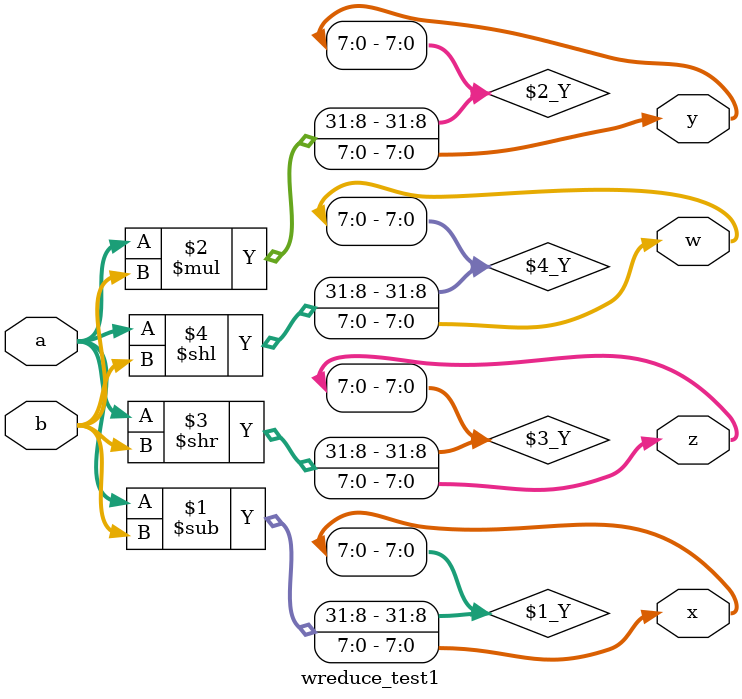
<source format=sv>
module wreduce_test1(input [31:0] a, b, output [7:0] x, y, z, w);
  assign x = a - b;
  assign y = a * b;
  assign z = a >> b;
  assign w = a << b;
endmodule
</source>
